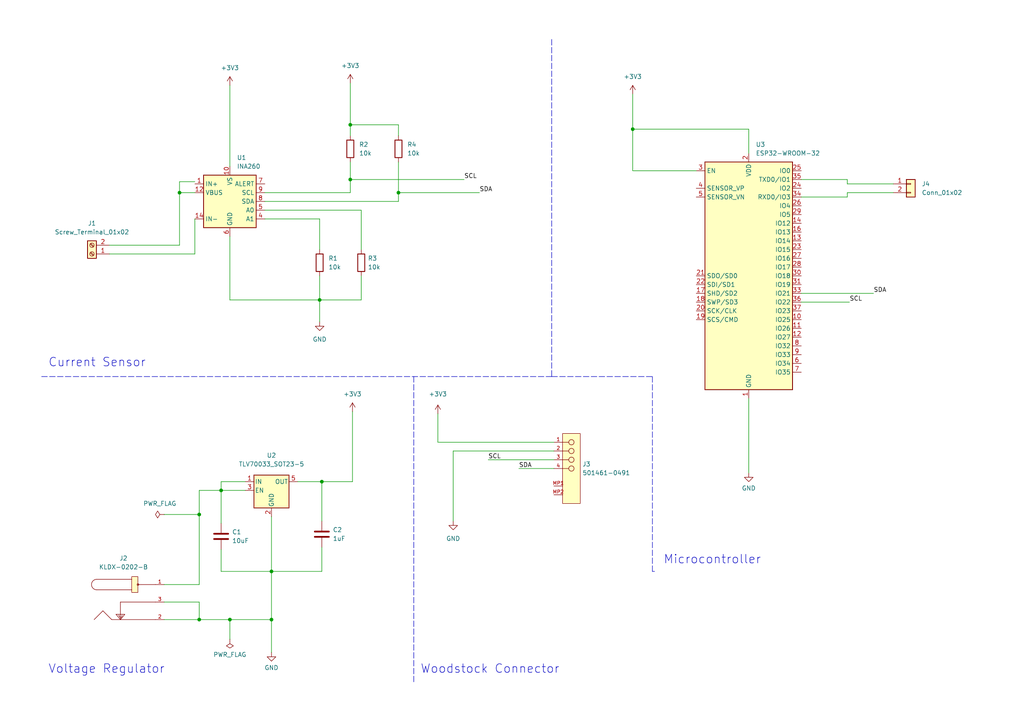
<source format=kicad_sch>
(kicad_sch (version 20211123) (generator eeschema)
  (paper "A4")
  (title_block (title "Snoopy Modulated Sensor Board") (date "2022-03-18") (rev "v03") (comment 1 "Team 23") (comment 2 "Motor Health Analysis") (comment 3 "ECE Senior Design Project") (comment 4 "Author: Sam DuBois"))
  (lib_symbols
    (symbol "5014610491:501461-0491" (pin_names (offset 0))
      (property "Reference" "J" (at 0 12.7 0))
      (property "Value" "501461-0491" (at 0 15.24 0))
      (symbol "501461-0491_1_1"
        (rectangle (start -2.54 10.16) (end 17.78 5.08) (fill (type background)))
        (polyline (pts (xy 0 5.08) (xy 0 6.858)))
        (polyline (pts (xy 2.54 5.08) (xy 2.54 6.858)))
        (polyline (pts (xy 5.08 5.08) (xy 5.08 6.858)))
        (polyline (pts (xy 7.62 5.08) (xy 7.62 6.858)))
        (circle (center 0 7.62) (radius 0.762))
        (circle (center 2.54 7.62) (radius 0.762))
        (circle (center 5.08 7.62) (radius 0.762))
        (circle (center 7.62 7.62) (radius 0.762))
        (pin passive line (at 0 2.54 90) (length 2.54) (name "1") (number "1"))
        (pin passive line (at 2.54 2.54 90) (length 2.54) (name "2") (number "2"))
        (pin passive line (at 5.08 2.54 90) (length 2.54) (name "3") (number "3"))
        (pin passive line (at 7.62 2.54 90) (length 2.54) (name "4") (number "4"))
        (pin passive line (at 12.7 2.54 90) (length 2.54) (name "MP1") (number "MP1"))
        (pin passive line (at 15.24 2.54 90) (length 2.54) (name "MP2") (number "MP2"))
      )
    )
    (symbol "Connector:Screw_Terminal_01x02" (pin_names (offset 1.016) hide)
      (property "Reference" "J" (at 0 2.54 0))
      (property "Value" "Screw_Terminal_01x02" (at 0 -5.08 0))
      (symbol "Screw_Terminal_01x02_1_1"
        (rectangle (start -1.27 1.27) (end 1.27 -3.81) (stroke (width 0.254)) (fill (type background)))
        (circle (center 0 -2.54) (radius 0.635) (stroke (width 0.1524)))
        (polyline (pts (xy -0.5334 -2.2098) (xy 0.3302 -3.048)) (stroke (width 0.1524)))
        (polyline (pts (xy -0.5334 0.3302) (xy 0.3302 -0.508)) (stroke (width 0.1524)))
        (polyline (pts (xy -0.3556 -2.032) (xy 0.508 -2.8702)) (stroke (width 0.1524)))
        (polyline (pts (xy -0.3556 0.508) (xy 0.508 -0.3302)) (stroke (width 0.1524)))
        (circle (center 0 0) (radius 0.635) (stroke (width 0.1524)))
        (pin passive line (at -5.08 0 0) (length 3.81) (name "Pin_1") (number "1"))
        (pin passive line (at -5.08 -2.54 0) (length 3.81) (name "Pin_2") (number "2"))
      )
    )
    (symbol "Connector_Generic:Conn_01x02" (pin_names (offset 1.016) hide)
      (property "Reference" "J" (at 0 2.54 0))
      (property "Value" "Conn_01x02" (at 0 -5.08 0))
      (symbol "Conn_01x02_1_1"
        (rectangle (start -1.27 -2.413) (end 0 -2.667) (stroke (width 0.1524)))
        (rectangle (start -1.27 0.127) (end 0 -0.127) (stroke (width 0.1524)))
        (rectangle (start -1.27 1.27) (end 1.27 -3.81) (stroke (width 0.254)) (fill (type background)))
        (pin passive line (at -5.08 0 0) (length 3.81) (name "Pin_1") (number "1"))
        (pin passive line (at -5.08 -2.54 0) (length 3.81) (name "Pin_2") (number "2"))
      )
    )
    (symbol "Device:C" (pin_numbers hide) (pin_names (offset 0.254))
      (property "Reference" "C" (at 0.635 2.54 0))
      (property "Value" "C" (at 0.635 -2.54 0))
      (symbol "C_0_1"
        (polyline (pts (xy -2.032 -0.762) (xy 2.032 -0.762)) (stroke (width 0.508)))
        (polyline (pts (xy -2.032 0.762) (xy 2.032 0.762)) (stroke (width 0.508)))
      )
      (symbol "C_1_1"
        (pin passive line (at 0 3.81 270) (length 2.794) (name "~") (number "1"))
        (pin passive line (at 0 -3.81 90) (length 2.794) (name "~") (number "2"))
      )
    )
    (symbol "Device:R" (pin_numbers hide) (pin_names (offset 0))
      (property "Reference" "R" (at 2.032 0 90))
      (property "Value" "R" (at 0 0 90))
      (symbol "R_0_1"
        (rectangle (start -1.016 -2.54) (end 1.016 2.54) (stroke (width 0.254)))
      )
      (symbol "R_1_1"
        (pin passive line (at 0 3.81 270) (length 1.27) (name "~") (number "1"))
        (pin passive line (at 0 -3.81 90) (length 1.27) (name "~") (number "2"))
      )
    )
    (symbol "KLDX-0202-B:KLDX-0202-B" (pin_names (offset 0))
      (property "Reference" "J" (at 0 5.08 0))
      (property "Value" "KLDX-0202-B" (at 0 7.62 0))
      (symbol "KLDX-0202-B_1_1"
        (arc (start -22.098 1.524) (mid -23.622 0) (end -22.098 -1.524))
        (rectangle (start -11.938 2.286) (end -10.16 -2.286) (fill (type background)))
        (circle (center -10.16 0) (radius 0.254))
        (polyline (pts (xy -22.86 -10.16) (xy -20.32 -7.62)))
        (polyline (pts (xy -22.098 -1.524) (xy -11.938 -1.524)))
        (polyline (pts (xy -20.32 -7.62) (xy -17.78 -10.16)))
        (polyline (pts (xy -17.78 -10.16) (xy -5.08 -10.16)))
        (polyline (pts (xy -16.51 -8.636) (xy -13.97 -8.636)))
        (polyline (pts (xy -15.24 -10.16) (xy -16.51 -8.636)))
        (polyline (pts (xy -15.24 -10.16) (xy -13.97 -8.636)))
        (polyline (pts (xy -15.24 -9.652) (xy -15.748 -8.89)))
        (polyline (pts (xy -15.24 -5.08) (xy -15.24 -10.16)))
        (polyline (pts (xy -15.24 -5.08) (xy -5.08 -5.08)))
        (polyline (pts (xy -14.986 -9.652) (xy -14.732 -8.89)))
        (polyline (pts (xy -11.938 1.524) (xy -22.098 1.524)))
        (polyline (pts (xy -10.16 0) (xy -5.08 0)))
        (pin power_in line (at -2.54 0 180) (length 2.54) (name "1") (number "1"))
        (pin power_in line (at -2.54 -10.16 180) (length 2.54) (name "2") (number "2"))
        (pin power_in line (at -2.54 -5.08 180) (length 2.54) (name "3") (number "3"))
      )
    )
    (symbol "RF_Module:ESP32-WROOM-32"
      (property "Reference" "U" (at -12.7 34.29 0))
      (property "Value" "ESP32-WROOM-32" (at 1.27 34.29 0))
      (symbol "ESP32-WROOM-32_0_1"
        (rectangle (start -12.7 33.02) (end 12.7 -33.02) (stroke (width 0.254)) (fill (type background)))
      )
      (symbol "ESP32-WROOM-32_1_1"
        (pin power_in line (at 0 -35.56 90) (length 2.54) (name "GND") (number "1"))
        (pin bidirectional line (at 15.24 -12.7 180) (length 2.54) (name "IO25") (number "10"))
        (pin bidirectional line (at 15.24 -15.24 180) (length 2.54) (name "IO26") (number "11"))
        (pin bidirectional line (at 15.24 -17.78 180) (length 2.54) (name "IO27") (number "12"))
        (pin bidirectional line (at 15.24 10.16 180) (length 2.54) (name "IO14") (number "13"))
        (pin bidirectional line (at 15.24 15.24 180) (length 2.54) (name "IO12") (number "14"))
        (pin passive line (at 0 -35.56 90) (length 2.54) hide (name "GND") (number "15"))
        (pin bidirectional line (at 15.24 12.7 180) (length 2.54) (name "IO13") (number "16"))
        (pin bidirectional line (at -15.24 -5.08 0) (length 2.54) (name "SHD/SD2") (number "17"))
        (pin bidirectional line (at -15.24 -7.62 0) (length 2.54) (name "SWP/SD3") (number "18"))
        (pin bidirectional line (at -15.24 -12.7 0) (length 2.54) (name "SCS/CMD") (number "19"))
        (pin power_in line (at 0 35.56 270) (length 2.54) (name "VDD") (number "2"))
        (pin bidirectional line (at -15.24 -10.16 0) (length 2.54) (name "SCK/CLK") (number "20"))
        (pin bidirectional line (at -15.24 0 0) (length 2.54) (name "SDO/SD0") (number "21"))
        (pin bidirectional line (at -15.24 -2.54 0) (length 2.54) (name "SDI/SD1") (number "22"))
        (pin bidirectional line (at 15.24 7.62 180) (length 2.54) (name "IO15") (number "23"))
        (pin bidirectional line (at 15.24 25.4 180) (length 2.54) (name "IO2") (number "24"))
        (pin bidirectional line (at 15.24 30.48 180) (length 2.54) (name "IO0") (number "25"))
        (pin bidirectional line (at 15.24 20.32 180) (length 2.54) (name "IO4") (number "26"))
        (pin bidirectional line (at 15.24 5.08 180) (length 2.54) (name "IO16") (number "27"))
        (pin bidirectional line (at 15.24 2.54 180) (length 2.54) (name "IO17") (number "28"))
        (pin bidirectional line (at 15.24 17.78 180) (length 2.54) (name "IO5") (number "29"))
        (pin input line (at -15.24 30.48 0) (length 2.54) (name "EN") (number "3"))
        (pin bidirectional line (at 15.24 0 180) (length 2.54) (name "IO18") (number "30"))
        (pin bidirectional line (at 15.24 -2.54 180) (length 2.54) (name "IO19") (number "31"))
        (pin no_connect line (at -12.7 -27.94 0) (length 2.54) hide (name "NC") (number "32"))
        (pin bidirectional line (at 15.24 -5.08 180) (length 2.54) (name "IO21") (number "33"))
        (pin bidirectional line (at 15.24 22.86 180) (length 2.54) (name "RXD0/IO3") (number "34"))
        (pin bidirectional line (at 15.24 27.94 180) (length 2.54) (name "TXD0/IO1") (number "35"))
        (pin bidirectional line (at 15.24 -7.62 180) (length 2.54) (name "IO22") (number "36"))
        (pin bidirectional line (at 15.24 -10.16 180) (length 2.54) (name "IO23") (number "37"))
        (pin passive line (at 0 -35.56 90) (length 2.54) hide (name "GND") (number "38"))
        (pin passive line (at 0 -35.56 90) (length 2.54) hide (name "GND") (number "39"))
        (pin input line (at -15.24 25.4 0) (length 2.54) (name "SENSOR_VP") (number "4"))
        (pin input line (at -15.24 22.86 0) (length 2.54) (name "SENSOR_VN") (number "5"))
        (pin input line (at 15.24 -25.4 180) (length 2.54) (name "IO34") (number "6"))
        (pin input line (at 15.24 -27.94 180) (length 2.54) (name "IO35") (number "7"))
        (pin bidirectional line (at 15.24 -20.32 180) (length 2.54) (name "IO32") (number "8"))
        (pin bidirectional line (at 15.24 -22.86 180) (length 2.54) (name "IO33") (number "9"))
      )
    )
    (symbol "Regulator_Linear:TLV70033_SOT23-5" (pin_names (offset 0.254))
      (property "Reference" "U" (at -3.81 5.715 0))
      (property "Value" "TLV70033_SOT23-5" (at 0 5.715 0))
      (symbol "TLV70033_SOT23-5_0_1"
        (rectangle (start -5.08 4.445) (end 5.08 -5.08) (stroke (width 0.254)) (fill (type background)))
      )
      (symbol "TLV70033_SOT23-5_1_1"
        (pin power_in line (at -7.62 2.54 0) (length 2.54) (name "IN") (number "1"))
        (pin power_in line (at 0 -7.62 90) (length 2.54) (name "GND") (number "2"))
        (pin input line (at -7.62 0 0) (length 2.54) (name "EN") (number "3"))
        (pin no_connect line (at 5.08 0 180) (length 2.54) hide (name "NC") (number "4"))
        (pin power_out line (at 7.62 2.54 180) (length 2.54) (name "OUT") (number "5"))
      )
    )
    (symbol "Sensor:INA260"
      (property "Reference" "U" (at -6.35 8.89 0))
      (property "Value" "INA260" (at 2.54 8.89 0))
      (symbol "INA260_0_1"
        (rectangle (start -7.62 7.62) (end 7.62 -7.62) (stroke (width 0.254)) (fill (type background)))
      )
      (symbol "INA260_1_1"
        (pin passive line (at -10.16 5.08 0) (length 2.54) (name "IN+") (number "1"))
        (pin power_in line (at 0 10.16 270) (length 2.54) (name "VS") (number "10"))
        (pin passive line (at 0 -10.16 90) (length 2.54) hide (name "GND") (number "11"))
        (pin passive line (at -10.16 2.54 0) (length 2.54) (name "VBUS") (number "12"))
        (pin no_connect line (at 2.54 -7.62 90) (length 2.54) hide (name "NC") (number "13"))
        (pin passive line (at -10.16 -5.08 0) (length 2.54) (name "IN-") (number "14"))
        (pin passive line (at -10.16 -5.08 0) (length 2.54) hide (name "IN-") (number "15"))
        (pin passive line (at -10.16 -5.08 0) (length 2.54) hide (name "IN-") (number "16"))
        (pin passive line (at -10.16 5.08 0) (length 2.54) hide (name "IN+") (number "2"))
        (pin passive line (at -10.16 5.08 0) (length 2.54) hide (name "IN+") (number "3"))
        (pin input line (at 10.16 -5.08 180) (length 2.54) (name "A1") (number "4"))
        (pin input line (at 10.16 -2.54 180) (length 2.54) (name "A0") (number "5"))
        (pin power_in line (at 0 -10.16 90) (length 2.54) (name "GND") (number "6"))
        (pin open_collector line (at 10.16 5.08 180) (length 2.54) (name "ALERT") (number "7"))
        (pin bidirectional line (at 10.16 0 180) (length 2.54) (name "SDA") (number "8"))
        (pin input line (at 10.16 2.54 180) (length 2.54) (name "SCL") (number "9"))
      )
    )
    (symbol "power:+3V3" (power) (pin_names (offset 0))
      (property "Value" "+3V3" (at 0 3.556 0))
      (symbol "+3V3_0_1"
        (polyline (pts (xy -0.762 1.27) (xy 0 2.54)))
        (polyline (pts (xy 0 0) (xy 0 2.54)))
        (polyline (pts (xy 0 2.54) (xy 0.762 1.27)))
      )
      (symbol "+3V3_1_1"
        (pin power_in line (at 0 0 90) (length 0) hide (name "+3V3") (number "1"))
      )
    )
    (symbol "power:GND" (power) (pin_names (offset 0))
      (property "Value" "GND" (at 0 -3.81 0))
      (symbol "GND_0_1"
        (polyline (pts (xy 0 0) (xy 0 -1.27) (xy 1.27 -1.27) (xy 0 -2.54) (xy -1.27 -1.27) (xy 0 -1.27)))
      )
      (symbol "GND_1_1"
        (pin power_in line (at 0 0 270) (length 0) hide (name "GND") (number "1"))
      )
    )
    (symbol "power:PWR_FLAG" (power) (pin_numbers hide) (pin_names (offset 0) hide)
      (property "Value" "PWR_FLAG" (at 0 3.81 0))
      (symbol "PWR_FLAG_0_0"
        (pin power_out line (at 0 0 90) (length 0) (name "pwr") (number "1"))
      )
      (symbol "PWR_FLAG_0_1"
        (polyline (pts (xy 0 0) (xy 0 1.27) (xy -1.016 1.905) (xy 0 2.54) (xy 1.016 1.905) (xy 0 1.27)))
      )
    )
  )
  (junction (at 57.785 149.225))
  (junction (at 64.135 142.24))
  (junction (at 57.785 179.705))
  (junction (at 101.6 36.195))
  (junction (at 93.345 139.7))
  (junction (at 52.07 55.88))
  (junction (at 101.6 52.07))
  (junction (at 92.71 86.995))
  (junction (at 115.57 55.88))
  (junction (at 78.74 165.735))
  (junction (at 66.675 179.705))
  (junction (at 78.74 179.705))
  (junction (at 183.515 37.465))
  (wire (pts (xy 47.625 169.545) (xy 57.785 169.545)))
  (wire (pts (xy 52.07 71.12) (xy 31.75 71.12)))
  (wire (pts (xy 76.835 58.42) (xy 115.57 58.42)))
  (wire (pts (xy 101.6 52.07) (xy 134.62 52.07)))
  (wire (pts (xy 76.835 55.88) (xy 101.6 55.88)))
  (polyline (pts (xy 12.065 109.22) (xy 160.02 109.22)))
  (wire (pts (xy 232.41 85.09) (xy 253.365 85.09)))
  (wire (pts (xy 57.785 149.225) (xy 57.785 142.24)))
  (wire (pts (xy 64.135 142.24) (xy 64.135 139.7)))
  (wire (pts (xy 78.74 165.735) (xy 93.345 165.735)))
  (wire (pts (xy 64.135 151.765) (xy 64.135 142.24)))
  (wire (pts (xy 104.775 86.995) (xy 104.775 80.01)))
  (wire (pts (xy 57.785 142.24) (xy 64.135 142.24)))
  (wire (pts (xy 64.135 165.735) (xy 78.74 165.735)))
  (wire (pts (xy 115.57 39.37) (xy 115.57 36.195)))
  (wire (pts (xy 183.515 49.53) (xy 183.515 37.465)))
  (wire (pts (xy 93.345 139.7) (xy 102.235 139.7)))
  (wire (pts (xy 66.675 24.765) (xy 66.675 48.26)))
  (wire (pts (xy 92.71 72.39) (xy 92.71 63.5)))
  (wire (pts (xy 78.74 149.86) (xy 78.74 165.735)))
  (wire (pts (xy 141.605 133.35) (xy 160.655 133.35)))
  (wire (pts (xy 56.515 63.5) (xy 56.515 73.66)))
  (wire (pts (xy 150.495 135.89) (xy 160.655 135.89)))
  (wire (pts (xy 52.07 55.88) (xy 56.515 55.88)))
  (wire (pts (xy 92.71 80.01) (xy 92.71 86.995)))
  (wire (pts (xy 66.675 179.705) (xy 66.675 185.42)))
  (wire (pts (xy 102.235 139.7) (xy 102.235 119.38)))
  (wire (pts (xy 64.135 142.24) (xy 71.12 142.24)))
  (wire (pts (xy 245.745 52.07) (xy 245.745 53.34)))
  (wire (pts (xy 78.74 165.735) (xy 78.74 179.705)))
  (wire (pts (xy 104.775 60.96) (xy 76.835 60.96)))
  (wire (pts (xy 57.785 174.625) (xy 57.785 179.705)))
  (wire (pts (xy 101.6 36.195) (xy 101.6 39.37)))
  (wire (pts (xy 93.345 165.735) (xy 93.345 158.75)))
  (wire (pts (xy 57.785 169.545) (xy 57.785 149.225)))
  (wire (pts (xy 57.785 179.705) (xy 66.675 179.705)))
  (wire (pts (xy 201.93 49.53) (xy 183.515 49.53)))
  (wire (pts (xy 131.445 130.81) (xy 131.445 151.13)))
  (wire (pts (xy 78.74 179.705) (xy 78.74 189.23)))
  (wire (pts (xy 183.515 37.465) (xy 183.515 27.305)))
  (wire (pts (xy 52.07 55.88) (xy 52.07 71.12)))
  (wire (pts (xy 101.6 24.13) (xy 101.6 36.195)))
  (wire (pts (xy 245.745 53.34) (xy 259.08 53.34)))
  (wire (pts (xy 66.675 86.995) (xy 92.71 86.995)))
  (wire (pts (xy 101.6 55.88) (xy 101.6 52.07)))
  (wire (pts (xy 104.775 72.39) (xy 104.775 60.96)))
  (wire (pts (xy 232.41 57.15) (xy 245.745 57.15)))
  (wire (pts (xy 47.625 174.625) (xy 57.785 174.625)))
  (wire (pts (xy 115.57 58.42) (xy 115.57 55.88)))
  (wire (pts (xy 217.17 37.465) (xy 183.515 37.465)))
  (wire (pts (xy 47.625 179.705) (xy 57.785 179.705)))
  (wire (pts (xy 115.57 36.195) (xy 101.6 36.195)))
  (polyline (pts (xy 189.23 109.22) (xy 189.23 165.735)))
  (wire (pts (xy 217.17 44.45) (xy 217.17 37.465)))
  (wire (pts (xy 92.71 86.995) (xy 92.71 93.345)))
  (polyline (pts (xy 160.02 11.43) (xy 160.02 109.22)))
  (wire (pts (xy 92.71 86.995) (xy 104.775 86.995)))
  (polyline (pts (xy 120.015 109.22) (xy 120.015 198.12)))
  (wire (pts (xy 101.6 52.07) (xy 101.6 46.99)))
  (wire (pts (xy 56.515 73.66) (xy 31.75 73.66)))
  (wire (pts (xy 160.655 130.81) (xy 131.445 130.81)))
  (wire (pts (xy 64.135 159.385) (xy 64.135 165.735)))
  (wire (pts (xy 232.41 87.63) (xy 246.38 87.63)))
  (wire (pts (xy 56.515 52.705) (xy 52.07 52.705)))
  (wire (pts (xy 93.345 139.7) (xy 93.345 151.13)))
  (wire (pts (xy 160.655 128.27) (xy 127 128.27)))
  (wire (pts (xy 47.625 149.225) (xy 57.785 149.225)))
  (wire (pts (xy 64.135 139.7) (xy 71.12 139.7)))
  (wire (pts (xy 245.745 55.88) (xy 259.08 55.88)))
  (wire (pts (xy 52.07 52.705) (xy 52.07 55.88)))
  (wire (pts (xy 92.71 63.5) (xy 76.835 63.5)))
  (wire (pts (xy 115.57 55.88) (xy 139.065 55.88)))
  (wire (pts (xy 245.745 57.15) (xy 245.745 55.88)))
  (wire (pts (xy 232.41 52.07) (xy 245.745 52.07)))
  (polyline (pts (xy 189.23 165.735) (xy 189.865 165.735)))
  (polyline (pts (xy 160.02 109.22) (xy 189.23 109.22)))
  (wire (pts (xy 86.36 139.7) (xy 93.345 139.7)))
  (wire (pts (xy 127 128.27) (xy 127 120.015)))
  (wire (pts (xy 66.675 179.705) (xy 78.74 179.705)))
  (wire (pts (xy 115.57 55.88) (xy 115.57 46.99)))
  (wire (pts (xy 66.675 68.58) (xy 66.675 86.995)))
  (wire (pts (xy 217.17 115.57) (xy 217.17 137.16)))
  (text "Voltage Regulator" (at 13.97 195.58 0) (effects (font (size 2.5 2.5)) (justify left bottom)))
  (text "Woodstock Connector" (at 121.92 195.58 0) (effects (font (size 2.5 2.5)) (justify left bottom)))
  (text "Microcontroller" (at 192.405 163.83 0) (effects (font (size 2.5 2.5)) (justify left bottom)))
  (text "Current Sensor" (at 13.97 106.68 0) (effects (font (size 2.5 2.5)) (justify left bottom)))
  (label "SCL" (at 134.62 52.07 0))
  (label "SDA" (at 253.365 85.09 0))
  (label "SDA" (at 139.065 55.88 0))
  (label "SCL" (at 141.605 133.35 0))
  (label "SCL" (at 246.38 87.63 0))
  (label "SDA" (at 150.495 135.89 0))
  (symbol (lib_id "Connector_Generic:Conn_01x02") (at 264.16 53.34 0) (unit 1)
    (property "Reference" "J4" (at 267.335 53.3399 0) (effects (justify left)))
    (property "Value" "Conn_01x02" (at 267.335 55.8799 0) (effects (justify left)))
    (property "Footprint" "Connector_Wire:SolderWire-0.1sqmm_1x02_P3.6mm_D0.4mm_OD1mm" (effects hide))
  )
  (symbol (lib_id "power:+3V3") (at 101.6 24.13 0) (unit 1)
    (property "Reference" "#PWR04" (effects hide))
    (property "Value" "+3V3" (at 101.6 19.05 0))
  )
  (symbol (lib_id "Device:R") (at 92.71 76.2 0) (unit 1)
    (property "Reference" "R1" (at 95.25 74.9299 0) (effects (justify left)))
    (property "Value" "10k" (at 95.25 77.4699 0) (effects (justify left)))
    (property "Footprint" "Resistor_SMD:R_0603_1608Metric_Pad0.98x0.95mm_HandSolder" (effects hide))
  )
  (symbol (lib_id "RF_Module:ESP32-WROOM-32") (at 217.17 80.01 0) (unit 1)
    (property "Reference" "U3" (at 219.1894 41.91 0) (effects (justify left)))
    (property "Value" "ESP32-WROOM-32" (at 219.1894 44.45 0) (effects (justify left)))
    (property "Footprint" "RF_Module:ESP32-WROOM-32" (effects hide))
    (property "Datasheet" "https://www.espressif.com/sites/default/files/documentation/esp32-wroom-32_datasheet_en.pdf" (effects hide))
  )
  (symbol (lib_id "Regulator_Linear:TLV70033_SOT23-5") (at 78.74 142.24 0) (unit 1)
    (property "Reference" "U2" (at 78.74 132.08 0))
    (property "Value" "TLV70033_SOT23-5" (at 78.74 134.62 0))
    (property "Footprint" "Package_TO_SOT_SMD:SOT-23-5" (effects hide))
    (property "Datasheet" "http://www.ti.com/lit/ds/symlink/tlv700.pdf" (effects hide))
  )
  (symbol (lib_id "Connector:Screw_Terminal_01x02") (at 26.67 73.66 180) (unit 1)
    (property "Reference" "J1" (at 26.67 64.77 0))
    (property "Value" "Screw_Terminal_01x02" (at 26.67 67.31 0))
    (property "Footprint" "TerminalBlock_RND:TerminalBlock_RND_205-00232_1x02_P5.08mm_Horizontal" (effects hide))
  )
  (symbol (lib_id "Device:C") (at 93.345 154.94 0) (unit 1)
    (property "Reference" "C2" (at 96.52 153.6699 0) (effects (justify left)))
    (property "Value" "1uF" (at 96.52 156.2099 0) (effects (justify left)))
    (property "Footprint" "Capacitor_SMD:C_0603_1608Metric_Pad1.08x0.95mm_HandSolder" (effects hide))
  )
  (symbol (lib_id "Device:R") (at 115.57 43.18 0) (unit 1)
    (property "Reference" "R4" (at 118.11 41.9099 0) (effects (justify left)))
    (property "Value" "10k" (at 118.11 44.4499 0) (effects (justify left)))
    (property "Footprint" "Resistor_SMD:R_0603_1608Metric_Pad0.98x0.95mm_HandSolder" (effects hide))
  )
  (symbol (lib_id "Device:C") (at 64.135 155.575 0) (unit 1)
    (property "Reference" "C1" (at 67.31 154.3049 0) (effects (justify left)))
    (property "Value" "10uF" (at 67.31 156.8449 0) (effects (justify left)))
    (property "Footprint" "Capacitor_SMD:C_0603_1608Metric_Pad1.08x0.95mm_HandSolder" (effects hide))
  )
  (symbol (lib_id "Device:R") (at 101.6 43.18 0) (unit 1)
    (property "Reference" "R2" (at 104.14 41.9099 0) (effects (justify left)))
    (property "Value" "10k" (at 104.14 44.4499 0) (effects (justify left)))
    (property "Footprint" "Resistor_SMD:R_0603_1608Metric_Pad0.98x0.95mm_HandSolder" (effects hide))
  )
  (symbol (lib_id "power:+3V3") (at 102.235 119.38 0) (unit 1)
    (property "Reference" "#PWR05" (effects hide))
    (property "Value" "+3V3" (at 102.235 114.3 0))
  )
  (symbol (lib_id "power:PWR_FLAG") (at 66.675 185.42 180) (unit 1)
    (property "Reference" "#FLG02" (effects hide))
    (property "Value" "PWR_FLAG" (at 66.675 189.865 0))
  )
  (symbol (lib_id "power:+3V3") (at 183.515 27.305 0) (unit 1)
    (property "Reference" "#PWR08" (effects hide))
    (property "Value" "+3V3" (at 183.515 22.225 0))
  )
  (symbol (lib_id "power:+3V3") (at 127 120.015 0) (unit 1)
    (property "Reference" "#PWR06" (effects hide))
    (property "Value" "+3V3" (at 127 114.3 0))
  )
  (symbol (lib_id "Sensor:INA260") (at 66.675 58.42 0) (unit 1)
    (property "Reference" "U1" (at 68.6944 45.72 0) (effects (justify left)))
    (property "Value" "INA260" (at 68.6944 48.26 0) (effects (justify left)))
    (property "Footprint" "Package_SO:TSSOP-16_4.4x5mm_P0.65mm" (effects hide))
    (property "Datasheet" "http://www.ti.com/lit/ds/symlink/ina260.pdf" (effects hide))
  )
  (symbol (lib_id "power:+3V3") (at 66.675 24.765 0) (unit 1)
    (property "Reference" "#PWR01" (effects hide))
    (property "Value" "+3V3" (at 66.675 19.685 0))
  )
  (symbol (lib_id "power:GND") (at 78.74 189.23 0) (unit 1)
    (property "Reference" "#PWR02" (effects hide))
    (property "Value" "GND" (at 78.74 193.675 0))
  )
  (symbol (lib_id "power:GND") (at 217.17 137.16 0) (unit 1)
    (property "Reference" "#PWR09" (effects hide))
    (property "Value" "GND" (at 217.17 141.605 0))
  )
  (symbol (lib_id "power:GND") (at 92.71 93.345 0) (unit 1)
    (property "Reference" "#PWR03" (effects hide))
    (property "Value" "GND" (at 92.71 98.425 0))
  )
  (symbol (lib_id "5014610491:501461-0491") (at 158.115 128.27 270) (unit 1)
    (property "Reference" "J3" (at 168.91 134.6199 90) (effects (justify left)))
    (property "Value" "501461-0491" (at 168.91 137.1599 90) (effects (justify left)))
    (property "Footprint" "5014610491:Molex-501461-0491-Manufacturer_Recommended" (effects hide))
    (property "Datasheet" "http://www.molex.com/webdocs/datasheets/pdf/en-us/5014610491_FFC_FPC_CONNECTORS.pdf" (effects hide))
    (property "Circuits Loaded" "4" (effects hide))
    (property "Component Link 1 Description" "Manufacturer URL" (effects hide))
    (property "Component Link 1 URL" "http://www.molex.com/molex/index.jsp" (effects hide))
    (property "Component Link 3 Description" "Package Specification" (effects hide))
    (property "Component Link 3 URL" "http://www.molex.com/pdm_docs/sd/5014610491_sd.pdf" (effects hide))
    (property "Contact Position" "Bottom" (effects hide))
    (property "Current Max per Contact" "0.3A" (effects hide))
    (property "Durability mating cycles max" "20" (effects hide))
    (property "Entry Angle" "90degrees Angle" (effects hide))
    (property "Mated Height" "0.80mm" (effects hide))
    (property "Material   Metal" "Copper Alloy" (effects hide))
    (property "Material   Plating Mating" "Gold" (effects hide))
    (property "Material   Plating Termination" "Gold" (effects hide))
    (property "Mounting Technology" "Surface Mount" (effects hide))
    (property "Number of Rows" "1" (effects hide))
    (property "Orientation" "Right Angle" (effects hide))
    (property "PCB Locator" "No" (effects hide))
    (property "PCB Retention" "Yes" (effects hide))
    (property "Package Description" "4-Lead FPC Connector, Pitch 0.5 mm" (effects hide))
    (property "Package Version" "Rev. B, 01/2014" (effects hide))
    (property "Packing" "Tape and Reel" (effects hide))
    (property "Pitch   Mating Interface" "0.50mm" (effects hide))
    (property "Polarized to PCB" "Yes" (effects hide))
    (property "Stackable" "No" (effects hide))
    (property "Voltage Max" "50V AC (RMS)/DC" (effects hide))
    (property "category" "Conn" (effects hide))
    (property "ciiva ids" "19314859" (effects hide))
    (property "library id" "bd29650ddc765406" (effects hide))
    (property "manufacturer" "Molex" (effects hide))
    (property "package" "501461-0491" (effects hide))
    (property "release date" "1411386652" (effects hide))
    (property "rohs" "Yes" (effects hide))
    (property "vault revision" "5F166C2B-E9D9-4135-9ADB-F1D93D2D935E" (effects hide))
    (property "imported" "yes" (effects hide))
  )
  (symbol (lib_id "power:GND") (at 131.445 151.13 0) (unit 1)
    (property "Reference" "#PWR07" (effects hide))
    (property "Value" "GND" (at 131.445 156.21 0))
  )
  (symbol (lib_id "power:PWR_FLAG") (at 47.625 149.225 90) (unit 1)
    (property "Reference" "#FLG01" (effects hide))
    (property "Value" "PWR_FLAG" (at 46.355 146.05 90))
  )
  (symbol (lib_id "KLDX-0202-B:KLDX-0202-B") (at 50.165 169.545 0) (unit 1)
    (property "Reference" "J2" (at 35.814 161.925 0))
    (property "Value" "KLDX-0202-B" (at 35.814 164.465 0))
    (property "Footprint" "KLDX-0202-B:Kycon-KLDX-0202-B-MFG" (effects hide))
    (property "Datasheet" "http://www.kycon.com/2013Catalogpage/DC%20Power/KLDX_0202_LT.pdf" (effects hide))
    (property "automotive" "No" (effects hide))
    (property "category" "Conn" (effects hide))
    (property "contact material" "Nickel" (effects hide))
    (property "current rating" "3.5A" (effects hide))
    (property "device class L1" "Connectors" (effects hide))
    (property "device class L2" "Power Connectors" (effects hide))
    (property "device class L3" "unset" (effects hide))
    (property "digikey description" "CONN PWR JACK 2.5X5.5MM SOLDER" (effects hide))
    (property "digikey part number" "2092-KLDX-0202-B-ND" (effects hide))
    (property "footprint url" "https://www.kycon.com/Pub_Eng_Draw/KLDX-0202-x.pdf" (effects hide))
    (property "height" "11.1mm" (effects hide))
    (property "lead free" "Yes" (effects hide))
    (property "library id" "4c2acf28b9a06429" (effects hide))
    (property "manufacturer" "Kycon" (effects hide))
    (property "mouser description" "Conn Power PIN 2 POS Solder RA Thru-Hole 3 Terminal 1 Port" (effects hide))
    (property "mouser part number" "806-KLDX-0202-B" (effects hide))
    (property "number of contacts" "1" (effects hide))
    (property "package" "CONN_POWER_9MM0_14MM5" (effects hide))
    (property "rohs" "Yes" (effects hide))
    (property "temperature range high" "+85°C" (effects hide))
    (property "temperature range low" "-25°C" (effects hide))
    (property "voltage rating" "24V" (effects hide))
  )
  (symbol (lib_id "Device:R") (at 104.775 76.2 0) (unit 1)
    (property "Reference" "R3" (at 106.68 74.9299 0) (effects (justify left)))
    (property "Value" "10k" (at 106.68 77.4699 0) (effects (justify left)))
    (property "Footprint" "Resistor_SMD:R_0603_1608Metric_Pad0.98x0.95mm_HandSolder" (effects hide))
  )
)
</source>
